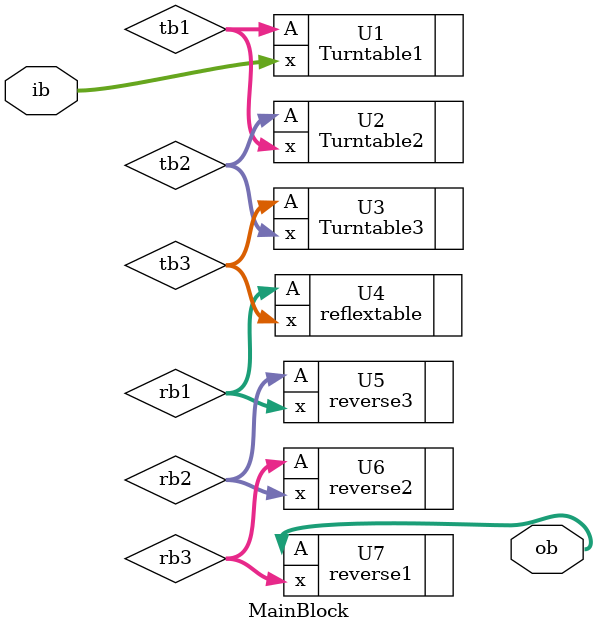
<source format=v>
`timescale 1ns / 1ps


module MainBlock(ib, ob);

input [4:0] ib;
output [4:0] ob;

wire [4:0] tb1, tb2, tb3, rb1, rb2, rb3;

Turntable1  U1(.x(ib), .A(tb1));
Turntable2  U2(.x(tb1), .A(tb2));
Turntable3  U3(.x(tb2), .A(tb3));
reflextable U4(.x(tb3), .A(rb1));
reverse3    U5(.x(rb1), .A(rb2));
reverse2    U6(.x(rb2), .A(rb3));
reverse1    U7(.x(rb3), .A(ob));

endmodule

</source>
